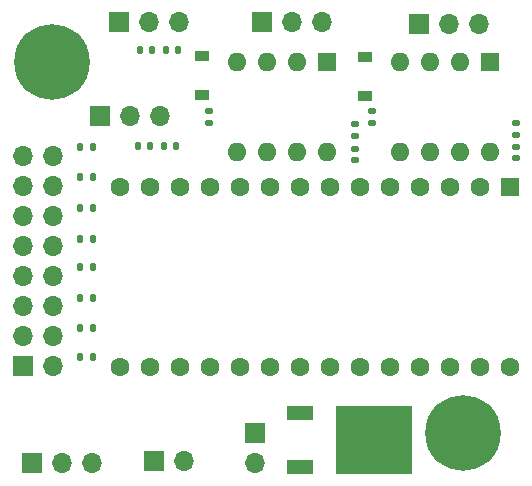
<source format=gts>
G04 #@! TF.GenerationSoftware,KiCad,Pcbnew,(6.0.5)*
G04 #@! TF.CreationDate,2022-06-14T17:18:27+02:00*
G04 #@! TF.ProjectId,midiperformer,6d696469-7065-4726-966f-726d65722e6b,rev?*
G04 #@! TF.SameCoordinates,Original*
G04 #@! TF.FileFunction,Soldermask,Top*
G04 #@! TF.FilePolarity,Negative*
%FSLAX46Y46*%
G04 Gerber Fmt 4.6, Leading zero omitted, Abs format (unit mm)*
G04 Created by KiCad (PCBNEW (6.0.5)) date 2022-06-14 17:18:27*
%MOMM*%
%LPD*%
G01*
G04 APERTURE LIST*
G04 Aperture macros list*
%AMRoundRect*
0 Rectangle with rounded corners*
0 $1 Rounding radius*
0 $2 $3 $4 $5 $6 $7 $8 $9 X,Y pos of 4 corners*
0 Add a 4 corners polygon primitive as box body*
4,1,4,$2,$3,$4,$5,$6,$7,$8,$9,$2,$3,0*
0 Add four circle primitives for the rounded corners*
1,1,$1+$1,$2,$3*
1,1,$1+$1,$4,$5*
1,1,$1+$1,$6,$7*
1,1,$1+$1,$8,$9*
0 Add four rect primitives between the rounded corners*
20,1,$1+$1,$2,$3,$4,$5,0*
20,1,$1+$1,$4,$5,$6,$7,0*
20,1,$1+$1,$6,$7,$8,$9,0*
20,1,$1+$1,$8,$9,$2,$3,0*%
G04 Aperture macros list end*
%ADD10RoundRect,0.135000X0.135000X0.185000X-0.135000X0.185000X-0.135000X-0.185000X0.135000X-0.185000X0*%
%ADD11R,1.700000X1.700000*%
%ADD12O,1.700000X1.700000*%
%ADD13R,1.200000X0.900000*%
%ADD14RoundRect,0.135000X-0.185000X0.135000X-0.185000X-0.135000X0.185000X-0.135000X0.185000X0.135000X0*%
%ADD15RoundRect,0.135000X0.185000X-0.135000X0.185000X0.135000X-0.185000X0.135000X-0.185000X-0.135000X0*%
%ADD16R,1.600000X1.600000*%
%ADD17C,1.600000*%
%ADD18RoundRect,0.140000X-0.170000X0.140000X-0.170000X-0.140000X0.170000X-0.140000X0.170000X0.140000X0*%
%ADD19O,1.600000X1.600000*%
%ADD20R,2.200000X1.200000*%
%ADD21R,6.400000X5.800000*%
%ADD22C,6.400000*%
G04 APERTURE END LIST*
D10*
X214460000Y-62600000D03*
X213440000Y-62600000D03*
D11*
X207875000Y-68175000D03*
D12*
X210415000Y-68175000D03*
X212955000Y-68175000D03*
D10*
X207210001Y-86140000D03*
X206190001Y-86140000D03*
X207210001Y-88540000D03*
X206190001Y-88540000D03*
D13*
X216437745Y-66392256D03*
X216437745Y-63092256D03*
D14*
X243080000Y-68760000D03*
X243080000Y-69780000D03*
D11*
X209475000Y-60175000D03*
D12*
X212015000Y-60175000D03*
X214555000Y-60175000D03*
D15*
X217037745Y-68742256D03*
X217037745Y-67722256D03*
D11*
X212400000Y-97400000D03*
D12*
X214940000Y-97400000D03*
D10*
X212065000Y-70675000D03*
X211045000Y-70675000D03*
X214265000Y-70675000D03*
X213245000Y-70675000D03*
D11*
X221600000Y-60200000D03*
D12*
X224140000Y-60200000D03*
X226680000Y-60200000D03*
D11*
X201300001Y-89340000D03*
D12*
X203840001Y-89340000D03*
X201300001Y-86800000D03*
X203840001Y-86800000D03*
X201300001Y-84260000D03*
X203840001Y-84260000D03*
X201300001Y-81720000D03*
X203840001Y-81720000D03*
X201300001Y-79180000D03*
X203840001Y-79180000D03*
X201300001Y-76640000D03*
X203840001Y-76640000D03*
X201300001Y-74100000D03*
X203840001Y-74100000D03*
X201300001Y-71560000D03*
X203840001Y-71560000D03*
D16*
X242570000Y-74180000D03*
D17*
X240030000Y-74180000D03*
X237490000Y-74180000D03*
X234950000Y-74180000D03*
X232410000Y-74180000D03*
X229870000Y-74180000D03*
X227330000Y-74180000D03*
X224790000Y-74180000D03*
X222250000Y-74180000D03*
X219710000Y-74180000D03*
X217170000Y-74180000D03*
X214630000Y-74180000D03*
X212090000Y-74180000D03*
X209550000Y-74180000D03*
X209550000Y-89420000D03*
X212090000Y-89420000D03*
X214630000Y-89420000D03*
X217170000Y-89420000D03*
X219710000Y-89420000D03*
X222250000Y-89420000D03*
X224790000Y-89420000D03*
X227330000Y-89420000D03*
X229870000Y-89420000D03*
X232410000Y-89420000D03*
X234950000Y-89420000D03*
X237490000Y-89420000D03*
X240030000Y-89420000D03*
X242570000Y-89420000D03*
D11*
X234860000Y-60342256D03*
D12*
X237400000Y-60342256D03*
X239940000Y-60342256D03*
D15*
X230880000Y-68780000D03*
X230880000Y-67760000D03*
D10*
X207210001Y-70740000D03*
X206190001Y-70740000D03*
D18*
X229437745Y-70952256D03*
X229437745Y-71912256D03*
D16*
X240880000Y-63580000D03*
D19*
X238340000Y-63580000D03*
X235800000Y-63580000D03*
X233260000Y-63580000D03*
X233260000Y-71200000D03*
X235800000Y-71200000D03*
X238340000Y-71200000D03*
X240880000Y-71200000D03*
D10*
X207210001Y-75940000D03*
X206190001Y-75940000D03*
X212260000Y-62600000D03*
X211240000Y-62600000D03*
X207210001Y-73340000D03*
X206190001Y-73340000D03*
D13*
X230280000Y-66430000D03*
X230280000Y-63130000D03*
D20*
X224775000Y-93320000D03*
D21*
X231075000Y-95600000D03*
D20*
X224775000Y-97880000D03*
D10*
X207210001Y-78540000D03*
X206190001Y-78540000D03*
D18*
X243080000Y-70780000D03*
X243080000Y-71740000D03*
D10*
X207210001Y-80940000D03*
X206190001Y-80940000D03*
X207210001Y-83540000D03*
X206190001Y-83540000D03*
D22*
X238600000Y-95000000D03*
D11*
X202075000Y-97575000D03*
D12*
X204615000Y-97575000D03*
X207155000Y-97575000D03*
D22*
X203800000Y-63600000D03*
D14*
X229437745Y-68832256D03*
X229437745Y-69852256D03*
D11*
X221000000Y-95000000D03*
D12*
X221000000Y-97540000D03*
D16*
X227037745Y-63542256D03*
D19*
X224497745Y-63542256D03*
X221957745Y-63542256D03*
X219417745Y-63542256D03*
X219417745Y-71162256D03*
X221957745Y-71162256D03*
X224497745Y-71162256D03*
X227037745Y-71162256D03*
M02*

</source>
